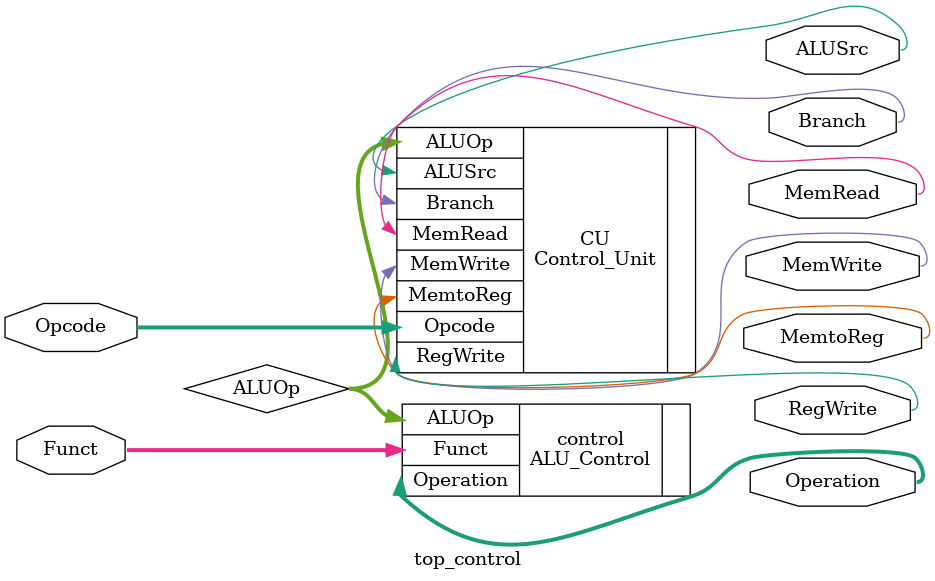
<source format=v>
module top_control 
  (
  input [6:0] Opcode,
  input [3:0] Funct,
  output Branch, MemRead, MemtoReg, MemWrite, ALUSrc, RegWrite,
  output [3:0] Operation
  );
  wire [1:0] ALUOp;
  
  Control_Unit CU 
  (
  .Opcode(Opcode),
  .Branch(Branch),
  .MemRead(MemRead),
  .MemtoReg(MemtoReg),
  .MemWrite(MemWrite),
  .ALUSrc(ALUSrc),
  .RegWrite(RegWrite),
  .ALUOp(ALUOp)
  );
  
  ALU_Control control
  (
  .ALUOp(ALUOp),
  .Funct(Funct),
  .Operation(Operation)
  );
endmodule 
</source>
